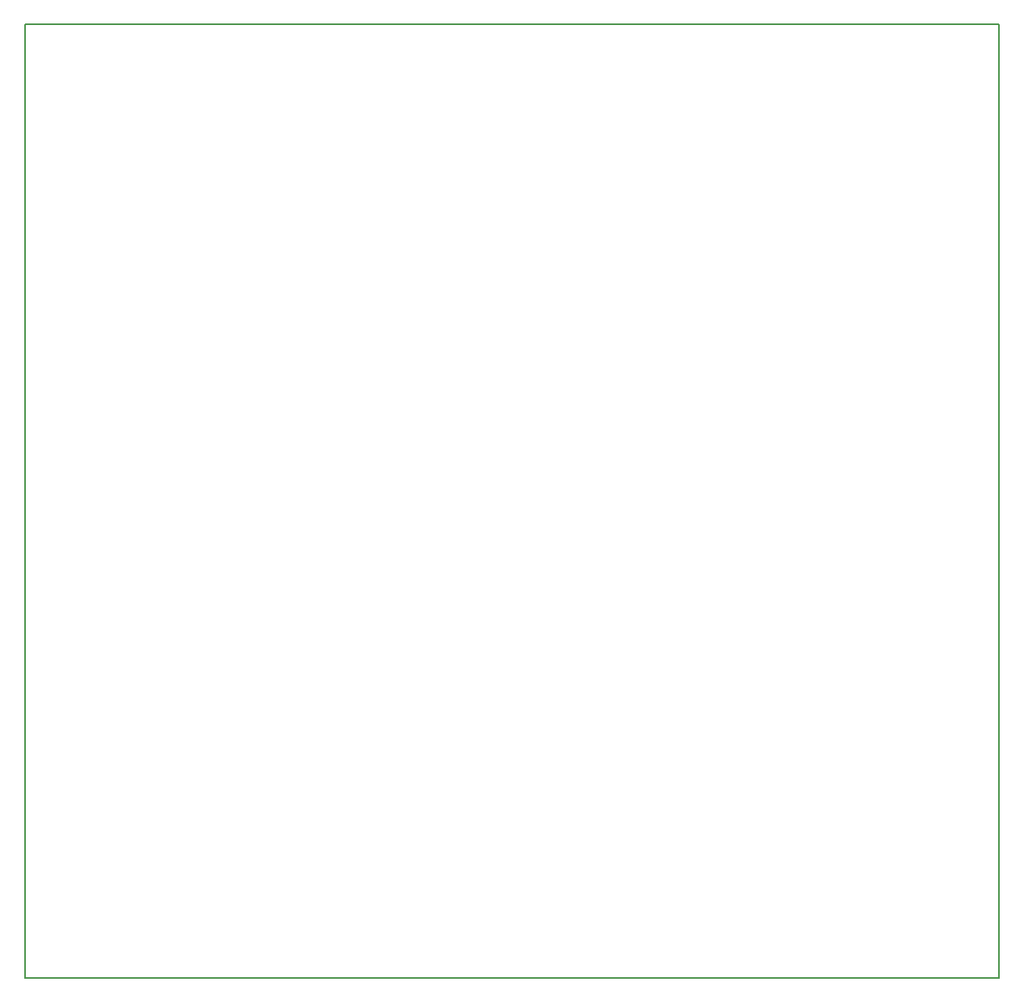
<source format=gko>
%TF.GenerationSoftware,KiCad,Pcbnew,7.0.9*%
%TF.CreationDate,2024-06-04T23:40:40+02:00*%
%TF.ProjectId,EnvSensor-Power-v2.1,456e7653-656e-4736-9f72-2d506f776572,rev?*%
%TF.SameCoordinates,Original*%
%TF.FileFunction,Profile,NP*%
%FSLAX46Y46*%
G04 Gerber Fmt 4.6, Leading zero omitted, Abs format (unit mm)*
G04 Created by KiCad (PCBNEW 7.0.9) date 2024-06-04 23:40:40*
%MOMM*%
%LPD*%
G01*
G04 APERTURE LIST*
%TA.AperFunction,Profile*%
%ADD10C,0.200000*%
%TD*%
G04 APERTURE END LIST*
D10*
X20000000Y-120000000D02*
X20000000Y-20000000D01*
X122000000Y-20000000D02*
X122000000Y-120000000D01*
X20000000Y-20000000D02*
X122000000Y-20000000D01*
X122000000Y-120000000D02*
X20000000Y-120000000D01*
M02*

</source>
